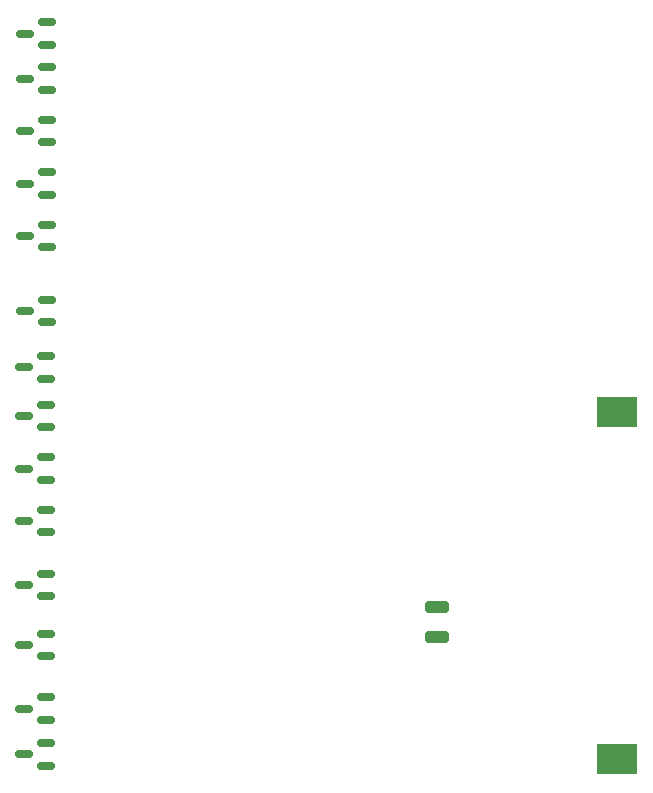
<source format=gbr>
%TF.GenerationSoftware,KiCad,Pcbnew,8.0.6*%
%TF.CreationDate,2024-12-28T16:15:17+01:00*%
%TF.ProjectId,lightning_detector,6c696768-746e-4696-9e67-5f6465746563,rev?*%
%TF.SameCoordinates,Original*%
%TF.FileFunction,Paste,Top*%
%TF.FilePolarity,Positive*%
%FSLAX46Y46*%
G04 Gerber Fmt 4.6, Leading zero omitted, Abs format (unit mm)*
G04 Created by KiCad (PCBNEW 8.0.6) date 2024-12-28 16:15:17*
%MOMM*%
%LPD*%
G01*
G04 APERTURE LIST*
G04 Aperture macros list*
%AMRoundRect*
0 Rectangle with rounded corners*
0 $1 Rounding radius*
0 $2 $3 $4 $5 $6 $7 $8 $9 X,Y pos of 4 corners*
0 Add a 4 corners polygon primitive as box body*
4,1,4,$2,$3,$4,$5,$6,$7,$8,$9,$2,$3,0*
0 Add four circle primitives for the rounded corners*
1,1,$1+$1,$2,$3*
1,1,$1+$1,$4,$5*
1,1,$1+$1,$6,$7*
1,1,$1+$1,$8,$9*
0 Add four rect primitives between the rounded corners*
20,1,$1+$1,$2,$3,$4,$5,0*
20,1,$1+$1,$4,$5,$6,$7,0*
20,1,$1+$1,$6,$7,$8,$9,0*
20,1,$1+$1,$8,$9,$2,$3,0*%
G04 Aperture macros list end*
%ADD10RoundRect,0.150000X0.587500X0.150000X-0.587500X0.150000X-0.587500X-0.150000X0.587500X-0.150000X0*%
%ADD11RoundRect,0.250000X0.750000X-0.250000X0.750000X0.250000X-0.750000X0.250000X-0.750000X-0.250000X0*%
%ADD12R,3.510000X2.540000*%
G04 APERTURE END LIST*
D10*
%TO.C,D4*%
X35560000Y-42540000D03*
X35560000Y-40640000D03*
X33685000Y-41590000D03*
%TD*%
%TO.C,D10*%
X35530000Y-71115000D03*
X35530000Y-69215000D03*
X33655000Y-70165000D03*
%TD*%
%TO.C,D12*%
X35530000Y-81600000D03*
X35530000Y-79700000D03*
X33655000Y-80650000D03*
%TD*%
%TO.C,D11*%
X35530000Y-76515000D03*
X35530000Y-74615000D03*
X33655000Y-75565000D03*
%TD*%
%TO.C,D8*%
X35530000Y-62225000D03*
X35530000Y-60325000D03*
X33655000Y-61275000D03*
%TD*%
%TO.C,D5*%
X35560000Y-46985000D03*
X35560000Y-45085000D03*
X33685000Y-46035000D03*
%TD*%
D11*
%TO.C,J5*%
X68580000Y-80010000D03*
%TD*%
%TO.C,J6*%
X68580000Y-77470000D03*
%TD*%
D10*
%TO.C,D6*%
X35560000Y-53335000D03*
X35560000Y-51435000D03*
X33685000Y-52385000D03*
%TD*%
%TO.C,D14*%
X35530000Y-90866000D03*
X35530000Y-88966000D03*
X33655000Y-89916000D03*
%TD*%
%TO.C,D1*%
X35560000Y-29845000D03*
X35560000Y-27945000D03*
X33685000Y-28895000D03*
%TD*%
%TO.C,D7*%
X35530000Y-58095000D03*
X35530000Y-56195000D03*
X33655000Y-57145000D03*
%TD*%
%TO.C,D13*%
X35530000Y-86995000D03*
X35530000Y-85095000D03*
X33655000Y-86045000D03*
%TD*%
%TO.C,D3*%
X35560000Y-38095000D03*
X35560000Y-36195000D03*
X33685000Y-37145000D03*
%TD*%
%TO.C,D9*%
X35530000Y-66665000D03*
X35530000Y-64765000D03*
X33655000Y-65715000D03*
%TD*%
%TO.C,D2*%
X35560000Y-33655000D03*
X35560000Y-31755000D03*
X33685000Y-32705000D03*
%TD*%
D12*
%TO.C,BT1*%
X83820000Y-90320000D03*
X83820000Y-60960000D03*
%TD*%
M02*

</source>
